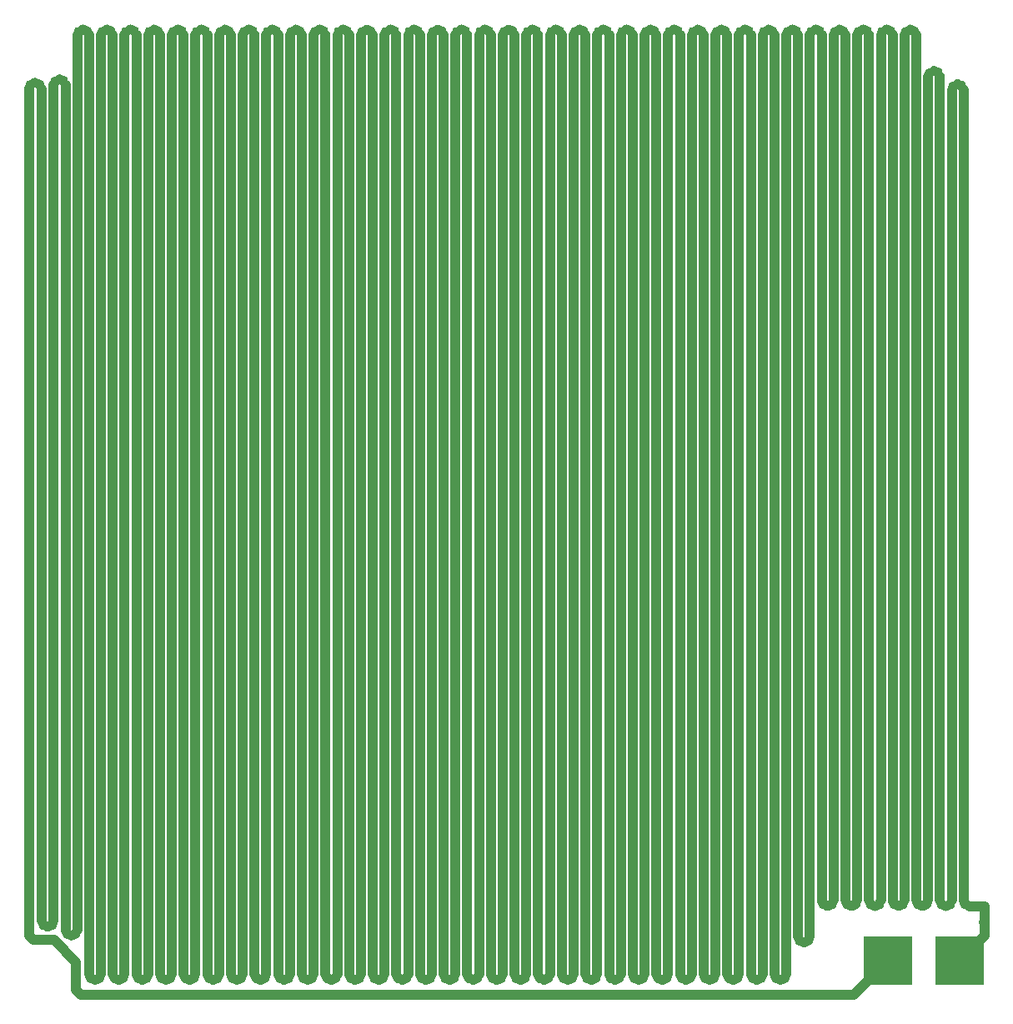
<source format=gbr>
%TF.GenerationSoftware,KiCad,Pcbnew,7.0.10-7.0.10~ubuntu22.04.1*%
%TF.CreationDate,2024-01-25T12:42:20+01:00*%
%TF.ProjectId,heater,68656174-6572-42e6-9b69-6361645f7063,rev?*%
%TF.SameCoordinates,Original*%
%TF.FileFunction,Copper,L1,Top*%
%TF.FilePolarity,Positive*%
%FSLAX46Y46*%
G04 Gerber Fmt 4.6, Leading zero omitted, Abs format (unit mm)*
G04 Created by KiCad (PCBNEW 7.0.10-7.0.10~ubuntu22.04.1) date 2024-01-25 12:42:20*
%MOMM*%
%LPD*%
G01*
G04 APERTURE LIST*
%TA.AperFunction,SMDPad,CuDef*%
%ADD10R,5.000000X5.000000*%
%TD*%
%TA.AperFunction,Conductor*%
%ADD11C,1.000000*%
%TD*%
G04 APERTURE END LIST*
D10*
%TO.P,J1,1,Pin_1*%
%TO.N,Net-(J1-Pin_1)*%
X167250000Y-145500000D03*
%TD*%
%TO.P,J2,1,Pin_1*%
%TO.N,Net-(J1-Pin_1)*%
X174500000Y-145500000D03*
%TD*%
D11*
%TO.N,Net-(J1-Pin_1)*%
X112500000Y-51600000D02*
X112500000Y-146900000D01*
X82500000Y-141400000D02*
X82500000Y-56650000D01*
X131700000Y-51600000D02*
X131700000Y-146900000D01*
X94500000Y-146900000D02*
X94500000Y-51600000D01*
X128100000Y-146900000D02*
X128100000Y-51600000D01*
X177000000Y-143000000D02*
X174500000Y-145500000D01*
X132900000Y-146900000D02*
X132900000Y-51600000D01*
X122100000Y-51600000D02*
X122100000Y-146900000D01*
X104100000Y-146900000D02*
X104100000Y-51600000D01*
X120900000Y-146900000D02*
X120900000Y-51600000D01*
X164100000Y-139400000D02*
X164100000Y-51600000D01*
X177000000Y-140000000D02*
X177000000Y-141640680D01*
X83700000Y-56650000D02*
X83700000Y-142400000D01*
X173700000Y-139400000D02*
X173700000Y-57150000D01*
X168900000Y-139400000D02*
X168900000Y-51600000D01*
X84750000Y-148520280D02*
X85229720Y-149000000D01*
X141300000Y-51600000D02*
X141300000Y-146900000D01*
X161700000Y-139400000D02*
X161700000Y-51600000D01*
X81300000Y-141500000D02*
X81300000Y-57099996D01*
X88500000Y-51600000D02*
X88500000Y-146900000D01*
X149700000Y-146900000D02*
X149700000Y-51600000D01*
X130500000Y-146900000D02*
X130500000Y-51600000D01*
X106500000Y-146900000D02*
X106500000Y-51600000D01*
X96900000Y-146900000D02*
X96900000Y-51600000D01*
X172500000Y-55800000D02*
X172500000Y-139400000D01*
X137700000Y-146900000D02*
X137700000Y-51600000D01*
X114900000Y-51600000D02*
X114900000Y-146900000D01*
X110100000Y-51600000D02*
X110100000Y-146900000D01*
X117300000Y-51600000D02*
X117300000Y-146900000D01*
X147300000Y-146900000D02*
X147300000Y-51600000D01*
X116100000Y-146900000D02*
X116100000Y-51600000D01*
X113700000Y-146900000D02*
X113700000Y-51600000D01*
X165300000Y-51600000D02*
X165300000Y-139400000D01*
X153300000Y-51600000D02*
X153300000Y-146900000D01*
X142500000Y-146900000D02*
X142500000Y-51600000D01*
X86100000Y-51600000D02*
X86100000Y-146900000D01*
X84750000Y-145682998D02*
X84750000Y-148520280D01*
X136500000Y-51600000D02*
X136500000Y-146900000D01*
X82510587Y-143443585D02*
X84750000Y-145682998D01*
X101700000Y-146900000D02*
X101700000Y-51600000D01*
X100500000Y-51600000D02*
X100500000Y-146900000D01*
X158100000Y-51600000D02*
X158100000Y-143100000D01*
X155700000Y-51600000D02*
X155700000Y-146900000D01*
X148500000Y-51600000D02*
X148500000Y-146900000D01*
X143700000Y-51600000D02*
X143700000Y-146900000D01*
X118500000Y-146900000D02*
X118500000Y-51600000D01*
X175500000Y-140000000D02*
X177000000Y-140000000D01*
X84900000Y-142400000D02*
X84900000Y-51600000D01*
X98100000Y-51600000D02*
X98100000Y-146900000D01*
X167700000Y-51600000D02*
X167700000Y-139400000D01*
X129300000Y-51600000D02*
X129300000Y-146900000D01*
X162900000Y-51600000D02*
X162900000Y-139400000D01*
X89700000Y-146900000D02*
X89700000Y-51600000D01*
X171300000Y-139400000D02*
X171300000Y-55800000D01*
X166500000Y-139400000D02*
X166500000Y-51600000D01*
X140100000Y-146900000D02*
X140100000Y-51600000D01*
X176997289Y-141643391D02*
X177000000Y-141646102D01*
X144900000Y-146900000D02*
X144900000Y-51600000D01*
X134100000Y-51600000D02*
X134100000Y-146900000D01*
X123300000Y-146900000D02*
X123300000Y-51600000D01*
X105300000Y-51600000D02*
X105300000Y-146900000D01*
X90900000Y-51600000D02*
X90900000Y-146900000D01*
X177000000Y-141646102D02*
X177000000Y-143000000D01*
X160500000Y-51600000D02*
X160500000Y-139400000D01*
X102900000Y-51600000D02*
X102900000Y-146900000D01*
X80000000Y-143000000D02*
X80443585Y-143443585D01*
X111300000Y-146900000D02*
X111300000Y-51600000D01*
X108900000Y-146900000D02*
X108900000Y-51600000D01*
X92100000Y-146900000D02*
X92100000Y-51600000D01*
X146100000Y-51600000D02*
X146100000Y-146900000D01*
X159300000Y-143100000D02*
X159300000Y-51600000D01*
X174900000Y-57150000D02*
X174900000Y-139400000D01*
X107700000Y-51600000D02*
X107700000Y-146900000D01*
X156900000Y-146900000D02*
X156900000Y-51600000D01*
X154500000Y-146900000D02*
X154500000Y-51600000D01*
X80443585Y-143443585D02*
X82510587Y-143443585D01*
X135300000Y-146900000D02*
X135300000Y-51600000D01*
X150900000Y-51600000D02*
X150900000Y-146900000D01*
X87300000Y-146900000D02*
X87300000Y-51600000D01*
X85229720Y-149000000D02*
X163750000Y-149000000D01*
X126900000Y-51600000D02*
X126900000Y-146900000D01*
X152100000Y-146900000D02*
X152100000Y-51600000D01*
X95700000Y-51600000D02*
X95700000Y-146900000D01*
X124500000Y-51600000D02*
X124500000Y-146900000D01*
X80000000Y-57000000D02*
X80000000Y-143000000D01*
X125700000Y-146900000D02*
X125700000Y-51600000D01*
X138900000Y-51600000D02*
X138900000Y-146900000D01*
X119700000Y-51600000D02*
X119700000Y-146900000D01*
X99300000Y-146900000D02*
X99300000Y-51600000D01*
X93300000Y-51600000D02*
X93300000Y-146900000D01*
X177000000Y-141640680D02*
X176997289Y-141643391D01*
X170100000Y-51600000D02*
X170100000Y-139400000D01*
X163750000Y-149000000D02*
X167250000Y-145500000D01*
X159900000Y-51000000D02*
G75*
G03*
X159300000Y-51600000I0J-600000D01*
G01*
X122700000Y-147500000D02*
G75*
G03*
X123300000Y-146900000I0J600000D01*
G01*
X160500000Y-51600000D02*
G75*
G03*
X159900000Y-51000000I-600000J0D01*
G01*
X100500000Y-146900000D02*
G75*
G03*
X101100000Y-147500000I600000J0D01*
G01*
X150900000Y-146900000D02*
G75*
G03*
X151500000Y-147500000I600000J0D01*
G01*
X167100000Y-51000000D02*
G75*
G03*
X166500000Y-51600000I0J-600000D01*
G01*
X172500000Y-55800000D02*
G75*
G03*
X171900000Y-55200000I-600000J0D01*
G01*
X119700000Y-146900000D02*
G75*
G03*
X120300000Y-147500000I600000J0D01*
G01*
X91500000Y-147500000D02*
G75*
G03*
X92100000Y-146900000I0J600000D01*
G01*
X124500000Y-51600000D02*
G75*
G03*
X123900000Y-51000000I-600000J0D01*
G01*
X122100000Y-51600000D02*
G75*
G03*
X121500000Y-51000000I-600000J0D01*
G01*
X89100000Y-147500000D02*
G75*
G03*
X89700000Y-146900000I0J600000D01*
G01*
X155100000Y-51000000D02*
G75*
G03*
X154500000Y-51600000I0J-600000D01*
G01*
X105900000Y-147500000D02*
G75*
G03*
X106500000Y-146900000I0J600000D01*
G01*
X157500000Y-51000000D02*
G75*
G03*
X156900000Y-51600000I0J-600000D01*
G01*
X112500000Y-51600000D02*
G75*
G03*
X111900000Y-51000000I-600000J0D01*
G01*
X100500000Y-51600000D02*
G75*
G03*
X99900000Y-51000000I-600000J0D01*
G01*
X126900000Y-146900000D02*
G75*
G03*
X127500000Y-147500000I600000J0D01*
G01*
X113100000Y-147500000D02*
G75*
G03*
X113700000Y-146900000I0J600000D01*
G01*
X116700000Y-51000000D02*
G75*
G03*
X116100000Y-51600000I0J-600000D01*
G01*
X81300000Y-57099996D02*
G75*
G03*
X80600000Y-56400000I-700000J-4D01*
G01*
X115500000Y-147500000D02*
G75*
G03*
X116100000Y-146900000I0J600000D01*
G01*
X117900000Y-147500000D02*
G75*
G03*
X118500000Y-146900000I0J600000D01*
G01*
X131100000Y-51000000D02*
G75*
G03*
X130500000Y-51600000I0J-600000D01*
G01*
X152700000Y-51000000D02*
G75*
G03*
X152100000Y-51600000I0J-600000D01*
G01*
X162300000Y-51000000D02*
G75*
G03*
X161700000Y-51600000I0J-600000D01*
G01*
X83100000Y-56050000D02*
G75*
G03*
X82500000Y-56650000I0J-600000D01*
G01*
X110700000Y-147500000D02*
G75*
G03*
X111300000Y-146900000I0J600000D01*
G01*
X141900000Y-147500000D02*
G75*
G03*
X142500000Y-146900000I0J600000D01*
G01*
X90900000Y-146900000D02*
G75*
G03*
X91500000Y-147500000I600000J0D01*
G01*
X158700000Y-143700000D02*
G75*
G03*
X159300000Y-143100000I0J600000D01*
G01*
X165300000Y-51600000D02*
G75*
G03*
X164700000Y-51000000I-600000J0D01*
G01*
X155700000Y-51600000D02*
G75*
G03*
X155100000Y-51000000I-600000J0D01*
G01*
X127500000Y-147500000D02*
G75*
G03*
X128100000Y-146900000I0J600000D01*
G01*
X101100000Y-147500000D02*
G75*
G03*
X101700000Y-146900000I0J600000D01*
G01*
X141300000Y-146900000D02*
G75*
G03*
X141900000Y-147500000I600000J0D01*
G01*
X136500000Y-146900000D02*
G75*
G03*
X137100000Y-147500000I600000J0D01*
G01*
X144300000Y-147500000D02*
G75*
G03*
X144900000Y-146900000I0J600000D01*
G01*
X105300000Y-51600000D02*
G75*
G03*
X104700000Y-51000000I-600000J0D01*
G01*
X171900000Y-55200000D02*
G75*
G03*
X171300000Y-55800000I0J-600000D01*
G01*
X162900000Y-51600000D02*
G75*
G03*
X162300000Y-51000000I-600000J0D01*
G01*
X138300000Y-51000000D02*
G75*
G03*
X137700000Y-51600000I0J-600000D01*
G01*
X150900000Y-51600000D02*
G75*
G03*
X150300000Y-51000000I-600000J0D01*
G01*
X129300000Y-51600000D02*
G75*
G03*
X128700000Y-51000000I-600000J0D01*
G01*
X93300000Y-51600000D02*
G75*
G03*
X92700000Y-51000000I-600000J0D01*
G01*
X111900000Y-51000000D02*
G75*
G03*
X111300000Y-51600000I0J-600000D01*
G01*
X143100000Y-51000000D02*
G75*
G03*
X142500000Y-51600000I0J-600000D01*
G01*
X98700000Y-147500000D02*
G75*
G03*
X99300000Y-146900000I0J600000D01*
G01*
X165300000Y-139400000D02*
G75*
G03*
X165900000Y-140000000I600000J0D01*
G01*
X107700000Y-146900000D02*
G75*
G03*
X108300000Y-147500000I600000J0D01*
G01*
X150300000Y-51000000D02*
G75*
G03*
X149700000Y-51600000I0J-600000D01*
G01*
X153300000Y-146900000D02*
G75*
G03*
X153900000Y-147500000I600000J0D01*
G01*
X138900000Y-51600000D02*
G75*
G03*
X138300000Y-51000000I-600000J0D01*
G01*
X165900000Y-140000000D02*
G75*
G03*
X166500000Y-139400000I0J600000D01*
G01*
X117300000Y-51600000D02*
G75*
G03*
X116700000Y-51000000I-600000J0D01*
G01*
X126300000Y-51000000D02*
G75*
G03*
X125700000Y-51600000I0J-600000D01*
G01*
X129900000Y-147500000D02*
G75*
G03*
X130500000Y-146900000I0J600000D01*
G01*
X170100000Y-51600000D02*
G75*
G03*
X169500000Y-51000000I-600000J0D01*
G01*
X93900000Y-147500000D02*
G75*
G03*
X94500000Y-146900000I0J600000D01*
G01*
X147900000Y-51000000D02*
G75*
G03*
X147300000Y-51600000I0J-600000D01*
G01*
X134700000Y-147500000D02*
G75*
G03*
X135300000Y-146900000I0J600000D01*
G01*
X167700000Y-139400000D02*
G75*
G03*
X168300000Y-140000000I600000J0D01*
G01*
X158100000Y-51600000D02*
G75*
G03*
X157500000Y-51000000I-600000J0D01*
G01*
X90300000Y-51000000D02*
G75*
G03*
X89700000Y-51600000I0J-600000D01*
G01*
X172500000Y-139400000D02*
G75*
G03*
X173100000Y-140000000I600000J0D01*
G01*
X117300000Y-146900000D02*
G75*
G03*
X117900000Y-147500000I600000J0D01*
G01*
X138900000Y-146900000D02*
G75*
G03*
X139500000Y-147500000I600000J0D01*
G01*
X114900000Y-146900000D02*
G75*
G03*
X115500000Y-147500000I600000J0D01*
G01*
X162900000Y-139400000D02*
G75*
G03*
X163500000Y-140000000I600000J0D01*
G01*
X134100000Y-146900000D02*
G75*
G03*
X134700000Y-147500000I600000J0D01*
G01*
X158100000Y-143100000D02*
G75*
G03*
X158700000Y-143700000I600000J0D01*
G01*
X123900000Y-51000000D02*
G75*
G03*
X123300000Y-51600000I0J-600000D01*
G01*
X112500000Y-146900000D02*
G75*
G03*
X113100000Y-147500000I600000J0D01*
G01*
X143700000Y-51600000D02*
G75*
G03*
X143100000Y-51000000I-600000J0D01*
G01*
X81900000Y-142100000D02*
G75*
G03*
X82500000Y-141500000I0J600000D01*
G01*
X95700000Y-51600000D02*
G75*
G03*
X95100000Y-51000000I-600000J0D01*
G01*
X98100000Y-51600000D02*
G75*
G03*
X97500000Y-51000000I-600000J0D01*
G01*
X156300000Y-147500000D02*
G75*
G03*
X156900000Y-146900000I0J600000D01*
G01*
X90900000Y-51600000D02*
G75*
G03*
X90300000Y-51000000I-600000J0D01*
G01*
X174900000Y-139400000D02*
G75*
G03*
X175500000Y-140000000I600000J0D01*
G01*
X148500000Y-146900000D02*
G75*
G03*
X149100000Y-147500000I600000J0D01*
G01*
X128700000Y-51000000D02*
G75*
G03*
X128100000Y-51600000I0J-600000D01*
G01*
X86100000Y-146900000D02*
G75*
G03*
X86700000Y-147500000I600000J0D01*
G01*
X80600000Y-56400000D02*
G75*
G03*
X80000000Y-57000000I0J-600000D01*
G01*
X160500000Y-139400000D02*
G75*
G03*
X161100000Y-140000000I600000J0D01*
G01*
X121500000Y-51000000D02*
G75*
G03*
X120900000Y-51600000I0J-600000D01*
G01*
X136500000Y-51600000D02*
G75*
G03*
X135900000Y-51000000I-600000J0D01*
G01*
X174300000Y-56550000D02*
G75*
G03*
X173700000Y-57150000I0J-600000D01*
G01*
X174900000Y-57150000D02*
G75*
G03*
X174300000Y-56550000I-600000J0D01*
G01*
X102300000Y-51000000D02*
G75*
G03*
X101700000Y-51600000I0J-600000D01*
G01*
X87900000Y-51000000D02*
G75*
G03*
X87300000Y-51600000I0J-600000D01*
G01*
X146700000Y-147500000D02*
G75*
G03*
X147300000Y-146900000I0J600000D01*
G01*
X107100000Y-51000000D02*
G75*
G03*
X106500000Y-51600000I0J-600000D01*
G01*
X99900000Y-51000000D02*
G75*
G03*
X99300000Y-51600000I0J-600000D01*
G01*
X134100000Y-51600000D02*
G75*
G03*
X133500000Y-51000000I-600000J0D01*
G01*
X97500000Y-51000000D02*
G75*
G03*
X96900000Y-51600000I0J-600000D01*
G01*
X83700000Y-142400000D02*
G75*
G03*
X84300000Y-143000000I600000J0D01*
G01*
X114900000Y-51600000D02*
G75*
G03*
X114300000Y-51000000I-600000J0D01*
G01*
X85500000Y-51000000D02*
G75*
G03*
X84900000Y-51600000I0J-600000D01*
G01*
X168300000Y-140000000D02*
G75*
G03*
X168900000Y-139400000I0J600000D01*
G01*
X122100000Y-146900000D02*
G75*
G03*
X122700000Y-147500000I600000J0D01*
G01*
X86100000Y-51600000D02*
G75*
G03*
X85500000Y-51000000I-600000J0D01*
G01*
X145500000Y-51000000D02*
G75*
G03*
X144900000Y-51600000I0J-600000D01*
G01*
X103500000Y-147500000D02*
G75*
G03*
X104100000Y-146900000I0J600000D01*
G01*
X119100000Y-51000000D02*
G75*
G03*
X118500000Y-51600000I0J-600000D01*
G01*
X164700000Y-51000000D02*
G75*
G03*
X164100000Y-51600000I0J-600000D01*
G01*
X124500000Y-146900000D02*
G75*
G03*
X125100000Y-147500000I600000J0D01*
G01*
X132300000Y-147500000D02*
G75*
G03*
X132900000Y-146900000I0J600000D01*
G01*
X146100000Y-51600000D02*
G75*
G03*
X145500000Y-51000000I-600000J0D01*
G01*
X153300000Y-51600000D02*
G75*
G03*
X152700000Y-51000000I-600000J0D01*
G01*
X131700000Y-146900000D02*
G75*
G03*
X132300000Y-147500000I600000J0D01*
G01*
X110100000Y-146900000D02*
G75*
G03*
X110700000Y-147500000I600000J0D01*
G01*
X161100000Y-140000000D02*
G75*
G03*
X161700000Y-139400000I0J600000D01*
G01*
X125100000Y-147500000D02*
G75*
G03*
X125700000Y-146900000I0J600000D01*
G01*
X153900000Y-147500000D02*
G75*
G03*
X154500000Y-146900000I0J600000D01*
G01*
X114300000Y-51000000D02*
G75*
G03*
X113700000Y-51600000I0J-600000D01*
G01*
X135900000Y-51000000D02*
G75*
G03*
X135300000Y-51600000I0J-600000D01*
G01*
X105300000Y-146900000D02*
G75*
G03*
X105900000Y-147500000I600000J0D01*
G01*
X95100000Y-51000000D02*
G75*
G03*
X94500000Y-51600000I0J-600000D01*
G01*
X120300000Y-147500000D02*
G75*
G03*
X120900000Y-146900000I0J600000D01*
G01*
X88500000Y-51600000D02*
G75*
G03*
X87900000Y-51000000I-600000J0D01*
G01*
X119700000Y-51600000D02*
G75*
G03*
X119100000Y-51000000I-600000J0D01*
G01*
X139500000Y-147500000D02*
G75*
G03*
X140100000Y-146900000I0J600000D01*
G01*
X102900000Y-51600000D02*
G75*
G03*
X102300000Y-51000000I-600000J0D01*
G01*
X151500000Y-147500000D02*
G75*
G03*
X152100000Y-146900000I0J600000D01*
G01*
X95700000Y-146900000D02*
G75*
G03*
X96300000Y-147500000I600000J0D01*
G01*
X169500000Y-51000000D02*
G75*
G03*
X168900000Y-51600000I0J-600000D01*
G01*
X108300000Y-147500000D02*
G75*
G03*
X108900000Y-146900000I0J600000D01*
G01*
X86700000Y-147500000D02*
G75*
G03*
X87300000Y-146900000I0J600000D01*
G01*
X131700000Y-51600000D02*
G75*
G03*
X131100000Y-51000000I-600000J0D01*
G01*
X137100000Y-147500000D02*
G75*
G03*
X137700000Y-146900000I0J600000D01*
G01*
X143700000Y-146900000D02*
G75*
G03*
X144300000Y-147500000I600000J0D01*
G01*
X96300000Y-147500000D02*
G75*
G03*
X96900000Y-146900000I0J600000D01*
G01*
X141300000Y-51600000D02*
G75*
G03*
X140700000Y-51000000I-600000J0D01*
G01*
X92700000Y-51000000D02*
G75*
G03*
X92100000Y-51600000I0J-600000D01*
G01*
X155700000Y-146900000D02*
G75*
G03*
X156300000Y-147500000I600000J0D01*
G01*
X167700000Y-51600000D02*
G75*
G03*
X167100000Y-51000000I-600000J0D01*
G01*
X126900000Y-51600000D02*
G75*
G03*
X126300000Y-51000000I-600000J0D01*
G01*
X88500000Y-146900000D02*
G75*
G03*
X89100000Y-147500000I600000J0D01*
G01*
X170100000Y-139400000D02*
G75*
G03*
X170700000Y-140000000I600000J0D01*
G01*
X98100000Y-146900000D02*
G75*
G03*
X98700000Y-147500000I600000J0D01*
G01*
X149100000Y-147500000D02*
G75*
G03*
X149700000Y-146900000I0J600000D01*
G01*
X84300000Y-143000000D02*
G75*
G03*
X84900000Y-142400000I0J600000D01*
G01*
X129300000Y-146900000D02*
G75*
G03*
X129900000Y-147500000I600000J0D01*
G01*
X102900000Y-146900000D02*
G75*
G03*
X103500000Y-147500000I600000J0D01*
G01*
X146100000Y-146900000D02*
G75*
G03*
X146700000Y-147500000I600000J0D01*
G01*
X83700000Y-56650000D02*
G75*
G03*
X83100000Y-56050000I-600000J0D01*
G01*
X109500000Y-51000000D02*
G75*
G03*
X108900000Y-51600000I0J-600000D01*
G01*
X173100000Y-140000000D02*
G75*
G03*
X173700000Y-139400000I0J600000D01*
G01*
X110100000Y-51600000D02*
G75*
G03*
X109500000Y-51000000I-600000J0D01*
G01*
X133500000Y-51000000D02*
G75*
G03*
X132900000Y-51600000I0J-600000D01*
G01*
X93300000Y-146900000D02*
G75*
G03*
X93900000Y-147500000I600000J0D01*
G01*
X140700000Y-51000000D02*
G75*
G03*
X140100000Y-51600000I0J-600000D01*
G01*
X104700000Y-51000000D02*
G75*
G03*
X104100000Y-51600000I0J-600000D01*
G01*
X170700000Y-140000000D02*
G75*
G03*
X171300000Y-139400000I0J600000D01*
G01*
X81300000Y-141500000D02*
G75*
G03*
X81900000Y-142100000I600000J0D01*
G01*
X107700000Y-51600000D02*
G75*
G03*
X107100000Y-51000000I-600000J0D01*
G01*
X148500000Y-51600000D02*
G75*
G03*
X147900000Y-51000000I-600000J0D01*
G01*
X163500000Y-140000000D02*
G75*
G03*
X164100000Y-139400000I0J600000D01*
G01*
%TD*%
M02*

</source>
